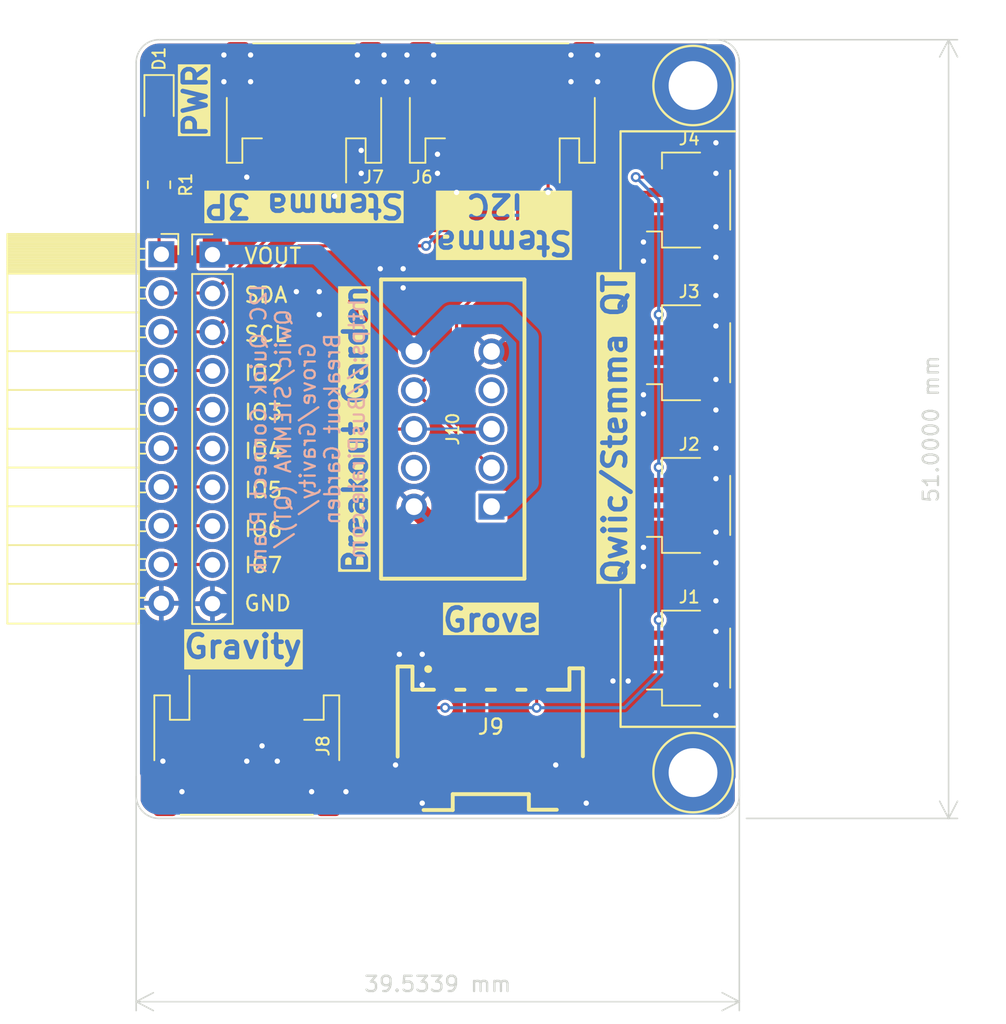
<source format=kicad_pcb>
(kicad_pcb (version 20241229) (generator "pcbnew") (generator_version "9.0")
  (layers (0 "F.Cu" signal) (2 "B.Cu" signal) (13 "F.Paste" user) (15 "B.Paste" user) (5 "F.SilkS" user "F.Silkscreen") (7 "B.SilkS" user "B.Silkscreen") (1 "F.Mask" user) (3 "B.Mask" user) (25 "Edge.Cuts" user))
  (net 0 "")
  (net 1 "IO4")
  (net 2 "IO2")
  (net 3 "IO5")
  (net 4 "SDA")
  (net 5 "SCL")
  (net 6 "IO7")
  (net 7 "IO3")
  (net 8 "IO6")
  (net 9 "GND")
  (net 10 "VOUT")
  (net 11 "Net-(D1-A)")
  (footprint "footprints:CONN-SMD_HY2.0-4P" (layer "F.Cu") (at 123 117)
    (property "Reference" "J9" (at 0 0 0) (layer "F.SilkS"))
    (property "Value" "HY-4P" (hide yes))
    (fp_line (start -6.11 -3.949) (end -5.14 -3.949) (stroke (width 0.254)) (layer "F.SilkS"))
    (fp_line (start -6.11 1.95) (end -6.11 -3.95) (stroke (width 0.254)) (layer "F.SilkS"))
    (fp_line (start -5.14 -3.949) (end -5.14 -2.43) (stroke (width 0.254)) (layer "F.SilkS"))
    (fp_line (start -5.14 -2.43) (end -3.731 -2.43) (stroke (width 0.254)) (layer "F.SilkS"))
    (fp_line (start -4.41 5.45) (end -2.5 5.45) (stroke (width 0.254)) (layer "F.SilkS"))
    (fp_line (start -2.5 4.41) (end 2.49 4.41) (stroke (width 0.254)) (layer "F.SilkS"))
    (fp_line (start -2.5 5.45) (end -2.5 4.41) (stroke (width 0.254)) (layer "F.SilkS"))
    (fp_line (start -2.269 -2.43) (end -1.731 -2.43) (stroke (width 0.254)) (layer "F.SilkS"))
    (fp_line (start -0.269 -2.43) (end 0.269 -2.43) (stroke (width 0.254)) (layer "F.SilkS"))
    (fp_line (start 1.731 -2.43) (end 2.269 -2.43) (stroke (width 0.254)) (layer "F.SilkS"))
    (fp_line (start 2.49 4.41) (end 2.49 5.43) (stroke (width 0.254)) (layer "F.SilkS"))
    (fp_line (start 2.49 5.43) (end 4.319 5.43) (stroke (width 0.254)) (layer "F.SilkS"))
    (fp_line (start 3.731 -2.43) (end 5.15 -2.43) (stroke (width 0.254)) (layer "F.SilkS"))
    (fp_line (start 5.15 -3.83) (end 6.03 -3.83) (stroke (width 0.254)) (layer "F.SilkS"))
    (fp_line (start 5.15 -2.43) (end 5.15 -3.83) (stroke (width 0.254)) (layer "F.SilkS"))
    (fp_line (start 6.03 -3.83) (end 6.03 1.93) (stroke (width 0.254)) (layer "F.SilkS"))
    (fp_circle (center -4.11 -3.78) (end -3.983 -3.78) (stroke (width 0.254)) (fill no) (layer "F.SilkS"))
    (pad "1" smd rect (at -3 -3.9 180) (size 1 3.4) (layers "F.Cu" "F.Mask" "F.Paste") (net 9 "GND"))
    (pad "2" smd rect (at -1 -3.9 180) (size 1 3.4) (layers "F.Cu" "F.Mask" "F.Paste") (net 10 "VOUT"))
    (pad "3" smd rect (at 1 -3.9 180) (size 1 3.4) (layers "F.Cu" "F.Mask" "F.Paste") (net 4 "SDA"))
    (pad "4" smd rect (at 3 -3.9 180) (size 1 3.4) (layers "F.Cu" "F.Mask" "F.Paste") (net 5 "SCL"))
    (pad "MP" smd rect (at -5.3 3.9 180) (size 1.5 3.6) (layers "F.Cu" "F.Mask" "F.Paste") (net 9 "GND"))
    (pad "MP" smd rect (at 5.3 3.9 180) (size 1.5 3.6) (layers "F.Cu" "F.Mask" "F.Paste") (net 9 "GND"))
  )
  (footprint "footprints:JST_PH_S4B-PH-SM4-TB_1x04-1MP_P2.00mm_Horizontal" (layer "F.Cu") (at 107 118.25)
    (property "Reference" "J8" (at 5 0 270) (layer "F.SilkS") (effects (font (size 0.8 0.8) (thickness 0.13))))
    (property "Value" "S4B-PH-SM4-TB (HC-PH-4AWT)")
    (fp_line (start -6.06 -3.31) (end -5.04 -3.31) (stroke (width 0.12)) (layer "F.SilkS"))
    (fp_line (start -6.06 0.94) (end -6.06 -3.31) (stroke (width 0.12)) (layer "F.SilkS"))
    (fp_line (start -5.04 -3.31) (end -5.04 -1.71) (stroke (width 0.12)) (layer "F.SilkS"))
    (fp_line (start -5.04 -1.71) (end -3.76 -1.71) (stroke (width 0.12)) (layer "F.SilkS"))
    (fp_line (start -4.34 4.51) (end 4.34 4.51) (stroke (width 0.12)) (layer "F.SilkS"))
    (fp_line (start -3.76 -1.71) (end -3.76 -4.6) (stroke (width 0.12)) (layer "F.SilkS"))
    (fp_line (start 5.04 -3.31) (end 5.04 -1.71) (stroke (width 0.12)) (layer "F.SilkS"))
    (fp_line (start 5.04 -1.71) (end 3.76 -1.71) (stroke (width 0.12)) (layer "F.SilkS"))
    (fp_line (start 6.06 -3.31) (end 5.04 -3.31) (stroke (width 0.12)) (layer "F.SilkS"))
    (fp_line (start 6.06 0.94) (end 6.06 -3.31) (stroke (width 0.12)) (layer "F.SilkS"))
    (pad "1" smd roundrect (at -3 -2.85) (size 1 3.5) (layers "F.Cu" "F.Mask" "F.Paste") (net 4 "SDA"))
    (pad "2" smd roundrect (at -1 -2.85) (size 1 3.5) (layers "F.Cu" "F.Mask" "F.Paste") (net 5 "SCL"))
    (pad "3" smd roundrect (at 1 -2.85) (size 1 3.5) (layers "F.Cu" "F.Mask" "F.Paste") (net 9 "GND"))
    (pad "4" smd roundrect (at 3 -2.85) (size 1 3.5) (layers "F.Cu" "F.Mask" "F.Paste") (net 10 "VOUT"))
    (pad "MP" smd roundrect (at -5.35 2.9) (size 1.5 3.4) (layers "F.Cu" "F.Mask" "F.Paste") (roundrect_rratio 0.166667) (net 9 "GND"))
    (pad "MP" smd roundrect (at 5.35 2.9) (size 1.5 3.4) (layers "F.Cu" "F.Mask" "F.Paste") (roundrect_rratio 0.166667) (net 9 "GND"))
  )
  (footprint "footprints:JST_SH_SM04B-SRSS-TB_1x04-1MP_P1.00mm_Horizontal" (layer "F.Cu") (at 136 102.5 90)
    (property "Reference" "J2" (at 4 0 180) (layer "F.SilkS") (effects (font (size 0.8 0.8) (thickness 0.13))))
    (property "Value" "SM04B-SRSS-TB (HC-1.0-4PWT)")
    (fp_line (start 3.11 -1.785) (end 2.06 -1.785) (stroke (width 0.12)) (layer "F.SilkS"))
    (fp_line (start -2.06 -1.785) (end -2.06 -2.775) (stroke (width 0.12)) (layer "F.SilkS"))
    (fp_line (start -3.11 -1.785) (end -2.06 -1.785) (stroke (width 0.12)) (layer "F.SilkS"))
    (fp_line (start 3.11 0.715) (end 3.11 -1.785) (stroke (width 0.12)) (layer "F.SilkS"))
    (fp_line (start -3.11 0.715) (end -3.11 -1.785) (stroke (width 0.12)) (layer "F.SilkS"))
    (fp_line (start -1.94 2.685) (end 1.94 2.685) (stroke (width 0.12)) (layer "F.SilkS"))
    (pad "1" smd roundrect (at -1.5 -2 90) (size 0.6 1.55) (layers "F.Cu" "F.Mask" "F.Paste") (net 9 "GND"))
    (pad "2" smd roundrect (at -0.5 -2 90) (size 0.6 1.55) (layers "F.Cu" "F.Mask" "F.Paste") (net 10 "VOUT"))
    (pad "3" smd roundrect (at 0.5 -2 90) (size 0.6 1.55) (layers "F.Cu" "F.Mask" "F.Paste") (net 4 "SDA"))
    (pad "4" smd roundrect (at 1.5 -2 90) (size 0.6 1.55) (layers "F.Cu" "F.Mask" "F.Paste") (net 5 "SCL"))
    (pad "MP" smd roundrect (at -2.8 1.875 90) (size 1.2 1.8) (layers "F.Cu" "F.Mask" "F.Paste") (roundrect_rratio 0.208333) (net 9 "GND"))
    (pad "MP" smd roundrect (at 2.8 1.875 90) (size 1.2 1.8) (layers "F.Cu" "F.Mask" "F.Paste") (roundrect_rratio 0.208333) (net 9 "GND"))
  )
  (footprint "footprints:JST_SH_SM04B-SRSS-TB_1x04-1MP_P1.00mm_Horizontal" (layer "F.Cu") (at 136 92.5 90)
    (property "Reference" "J3" (at 4 0 180) (layer "F.SilkS") (effects (font (size 0.8 0.8) (thickness 0.13))))
    (property "Value" "SM04B-SRSS-TB (HC-1.0-4PWT)")
    (fp_line (start 3.11 -1.785) (end 2.06 -1.785) (stroke (width 0.12)) (layer "F.SilkS"))
    (fp_line (start -2.06 -1.785) (end -2.06 -2.775) (stroke (width 0.12)) (layer "F.SilkS"))
    (fp_line (start -3.11 -1.785) (end -2.06 -1.785) (stroke (width 0.12)) (layer "F.SilkS"))
    (fp_line (start 3.11 0.715) (end 3.11 -1.785) (stroke (width 0.12)) (layer "F.SilkS"))
    (fp_line (start -3.11 0.715) (end -3.11 -1.785) (stroke (width 0.12)) (layer "F.SilkS"))
    (fp_line (start -1.94 2.685) (end 1.94 2.685) (stroke (width 0.12)) (layer "F.SilkS"))
    (pad "1" smd roundrect (at -1.5 -2 90) (size 0.6 1.55) (layers "F.Cu" "F.Mask" "F.Paste") (net 9 "GND"))
    (pad "2" smd roundrect (at -0.5 -2 90) (size 0.6 1.55) (layers "F.Cu" "F.Mask" "F.Paste") (net 10 "VOUT"))
    (pad "3" smd roundrect (at 0.5 -2 90) (size 0.6 1.55) (layers "F.Cu" "F.Mask" "F.Paste") (net 4 "SDA"))
    (pad "4" smd roundrect (at 1.5 -2 90) (size 0.6 1.55) (layers "F.Cu" "F.Mask" "F.Paste") (net 5 "SCL"))
    (pad "MP" smd roundrect (at -2.8 1.875 90) (size 1.2 1.8) (layers "F.Cu" "F.Mask" "F.Paste") (roundrect_rratio 0.208333) (net 9 "GND"))
    (pad "MP" smd roundrect (at 2.8 1.875 90) (size 1.2 1.8) (layers "F.Cu" "F.Mask" "F.Paste") (roundrect_rratio 0.208333) (net 9 "GND"))
  )
  (footprint "Connector_PinHeader_2.54mm:PinHeader_1x10_P2.54mm_Vertical" (layer "F.Cu") (at 104.75 86.075)
    (property "Reference" "J11" (hide yes))
    (property "Value" "Conn_01x10" (hide yes))
    (fp_line (start -1.33 -1.33) (end 0 -1.33) (stroke (width 0.12)) (layer "F.SilkS"))
    (fp_line (start -1.33 0) (end -1.33 -1.33) (stroke (width 0.12)) (layer "F.SilkS"))
    (fp_line (start -1.33 1.27) (end -1.33 24.19) (stroke (width 0.12)) (layer "F.SilkS"))
    (fp_line (start -1.33 1.27) (end 1.33 1.27) (stroke (width 0.12)) (layer "F.SilkS"))
    (fp_line (start -1.33 24.19) (end 1.33 24.19) (stroke (width 0.12)) (layer "F.SilkS"))
    (fp_line (start 1.33 1.27) (end 1.33 24.19) (stroke (width 0.12)) (layer "F.SilkS"))
    (pad "1" thru_hole rect (at 0 0) (size 1.7 1.7) (drill 1) (layers "*.Cu" "*.Mask") (net 10 "VOUT"))
    (pad "2" thru_hole oval (at 0 2.54) (size 1.7 1.7) (drill 1) (layers "*.Cu" "*.Mask") (net 4 "SDA"))
    (pad "3" thru_hole oval (at 0 5.08) (size 1.7 1.7) (drill 1) (layers "*.Cu" "*.Mask") (net 5 "SCL"))
    (pad "4" thru_hole oval (at 0 7.62) (size 1.7 1.7) (drill 1) (layers "*.Cu" "*.Mask") (net 2 "IO2"))
    (pad "5" thru_hole oval (at 0 10.16) (size 1.7 1.7) (drill 1) (layers "*.Cu" "*.Mask") (net 7 "IO3"))
    (pad "6" thru_hole oval (at 0 12.7) (size 1.7 1.7) (drill 1) (layers "*.Cu" "*.Mask") (net 1 "IO4"))
    (pad "7" thru_hole oval (at 0 15.24) (size 1.7 1.7) (drill 1) (layers "*.Cu" "*.Mask") (net 3 "IO5"))
    (pad "8" thru_hole oval (at 0 17.78) (size 1.7 1.7) (drill 1) (layers "*.Cu" "*.Mask") (net 8 "IO6"))
    (pad "9" thru_hole oval (at 0 20.32) (size 1.7 1.7) (drill 1) (layers "*.Cu" "*.Mask") (net 6 "IO7"))
    (pad "10" thru_hole oval (at 0 22.86) (size 1.7 1.7) (drill 1) (layers "*.Cu" "*.Mask") (net 9 "GND"))
  )
  (footprint "Connector_PinSocket_2.54mm:PinSocket_1x10_P2.54mm_Horizontal" (layer "F.Cu") (at 101.4 86.05)
    (property "Reference" "J12" (hide yes))
    (property "Value" "Conn_01x10" (hide yes))
    (fp_line (start -10.09 -1.33) (end -10.09 24.19) (stroke (width 0.12)) (layer "F.SilkS"))
    (fp_line (start -10.09 -1.33) (end -1.46 -1.33) (stroke (width 0.12)) (layer "F.SilkS"))
    (fp_line (start -10.09 -1.21) (end -1.46 -1.21) (stroke (width 0.12)) (layer "F.SilkS"))
    (fp_line (start -10.09 -1.091905) (end -1.46 -1.091905) (stroke (width 0.12)) (layer "F.SilkS"))
    (fp_line (start -10.09 -0.97381) (end -1.46 -0.97381) (stroke (width 0.12)) (layer "F.SilkS"))
    (fp_line (start -10.09 -0.855715) (end -1.46 -0.855715) (stroke (width 0.12)) (layer "F.SilkS"))
    (fp_line (start -10.09 -0.73762) (end -1.46 -0.73762) (stroke (width 0.12)) (layer "F.SilkS"))
    (fp_line (start -10.09 -0.619525) (end -1.46 -0.619525) (stroke (width 0.12)) (layer "F.SilkS"))
    (fp_line (start -10.09 -0.50143) (end -1.46 -0.50143) (stroke (width 0.12)) (layer "F.SilkS"))
    (fp_line (start -10.09 -0.383335) (end -1.46 -0.383335) (stroke (width 0.12)) (layer "F.SilkS"))
    (fp_line (start -10.09 -0.26524) (end -1.46 -0.26524) (stroke (width 0.12)) (layer "F.SilkS"))
    (fp_line (start -10.09 -0.147145) (end -1.46 -0.147145) (stroke (width 0.12)) (layer "F.SilkS"))
    (fp_line (start -10.09 -0.02905) (end -1.46 -0.02905) (stroke (width 0.12)) (layer "F.SilkS"))
    (fp_line (start -10.09 0.089045) (end -1.46 0.089045) (stroke (width 0.12)) (layer "F.SilkS"))
    (fp_line (start -10.09 0.20714) (end -1.46 0.20714) (stroke (width 0.12)) (layer "F.SilkS"))
    (fp_line (start -10.09 0.325235) (end -1.46 0.325235) (stroke (width 0.12)) (layer "F.SilkS"))
    (fp_line (start -10.09 0.44333) (end -1.46 0.44333) (stroke (width 0.12)) (layer "F.SilkS"))
    (fp_line (start -10.09 0.561425) (end -1.46 0.561425) (stroke (width 0.12)) (layer "F.SilkS"))
    (fp_line (start -10.09 0.67952) (end -1.46 0.67952) (stroke (width 0.12)) (layer "F.SilkS"))
    (fp_line (start -10.09 0.797615) (end -1.46 0.797615) (stroke (width 0.12)) (layer "F.SilkS"))
    (fp_line (start -10.09 0.91571) (end -1.46 0.91571) (stroke (width 0.12)) (layer "F.SilkS"))
    (fp_line (start -10.09 1.033805) (end -1.46 1.033805) (stroke (width 0.12)) (layer "F.SilkS"))
    (fp_line (start -10.09 1.1519) (end -1.46 1.1519) (stroke (width 0.12)) (layer "F.SilkS"))
    (fp_line (start -10.09 1.27) (end -1.46 1.27) (stroke (width 0.12)) (layer "F.SilkS"))
    (fp_line (start -10.09 3.81) (end -1.46 3.81) (stroke (width 0.12)) (layer "F.SilkS"))
    (fp_line (start -10.09 6.35) (end -1.46 6.35) (stroke (width 0.12)) (layer "F.SilkS"))
    (fp_line (start -10.09 8.89) (end -1.46 8.89) (stroke (width 0.12)) (layer "F.SilkS"))
    (fp_line (start -10.09 11.43) (end -1.46 11.43) (stroke (width 0.12)) (layer "F.SilkS"))
    (fp_line (start -10.09 13.97) (end -1.46 13.97) (stroke (width 0.12)) (layer "F.SilkS"))
    (fp_line (start -10.09 16.51) (end -1.46 16.51) (stroke (width 0.12)) (layer "F.SilkS"))
    (fp_line (start -10.09 19.05) (end -1.46 19.05) (stroke (width 0.12)) (layer "F.SilkS"))
    (fp_line (start -10.09 21.59) (end -1.46 21.59) (stroke (width 0.12)) (layer "F.SilkS"))
    (fp_line (start -10.09 24.19) (end -1.46 24.19) (stroke (width 0.12)) (layer "F.SilkS"))
    (fp_line (start -1.46 -1.33) (end -1.46 24.19) (stroke (width 0.12)) (layer "F.SilkS"))
    (fp_line (start -1.46 -0.36) (end -1.11 -0.36) (stroke (width 0.12)) (layer "F.SilkS"))
    (fp_line (start -1.46 0.36) (end -1.11 0.36) (stroke (width 0.12)) (layer "F.SilkS"))
    (fp_line (start -1.46 2.18) (end -1.05 2.18) (stroke (width 0.12)) (layer "F.SilkS"))
    (fp_line (start -1.46 2.9) (end -1.05 2.9) (stroke (width 0.12)) (layer "F.SilkS"))
    (fp_line (start -1.46 4.72) (end -1.05 4.72) (stroke (width 0.12)) (layer "F.SilkS"))
    (fp_line (start -1.46 5.44) (end -1.05 5.44) (stroke (width 0.12)) (layer "F.SilkS"))
    (fp_line (start -1.46 7.26) (end -1.05 7.26) (stroke (width 0.12)) (layer "F.SilkS"))
    (fp_line (start -1.46 7.98) (end -1.05 7.98) (stroke (width 0.12)) (layer "F.SilkS"))
    (fp_line (start -1.46 9.8) (end -1.05 9.8) (stroke (width 0.12)) (layer "F.SilkS"))
    (fp_line (start -1.46 10.52) (end -1.05 10.52) (stroke (width 0.12)) (layer "F.SilkS"))
    (fp_line (start -1.46 12.34) (end -1.05 12.34) (stroke (width 0.12)) (layer "F.SilkS"))
    (fp_line (start -1.46 13.06) (end -1.05 13.06) (stroke (width 0.12)) (layer "F.SilkS"))
    (fp_line (start -1.46 14.88) (end -1.05 14.88) (stroke (width 0.12)) (layer "F.SilkS"))
    (fp_line (start -1.46 15.6) (end -1.05 15.6) (stroke (width 0.12)) (layer "F.SilkS"))
    (fp_line (start -1.46 17.42) (end -1.05 17.42) (stroke (width 0.12)) (layer "F.SilkS"))
    (fp_line (start -1.46 18.14) (end -1.05 18.14) (stroke (width 0.12)) (layer "F.SilkS"))
    (fp_line (start -1.46 19.96) (end -1.05 19.96) (stroke (width 0.12)) (layer "F.SilkS"))
    (fp_line (start -1.46 20.68) (end -1.05 20.68) (stroke (width 0.12)) (layer "F.SilkS"))
    (fp_line (start -1.46 22.5) (end -1.05 22.5) (stroke (width 0.12)) (layer "F.SilkS"))
    (fp_line (start -1.46 23.22) (end -1.05 23.22) (stroke (width 0.12)) (layer "F.SilkS"))
    (fp_line (start 0 -1.33) (end 1.11 -1.33) (stroke (width 0.12)) (layer "F.SilkS"))
    (fp_line (start 1.11 -1.33) (end 1.11 0) (stroke (width 0.12)) (layer "F.SilkS"))
    (pad "1" thru_hole rect (at 0 0) (size 1.7 1.7) (drill 1) (layers "*.Cu" "*.Mask") (net 10 "VOUT"))
    (pad "2" thru_hole oval (at 0 2.54) (size 1.7 1.7) (drill 1) (layers "*.Cu" "*.Mask") (net 4 "SDA"))
    (pad "3" thru_hole oval (at 0 5.08) (size 1.7 1.7) (drill 1) (layers "*.Cu" "*.Mask") (net 5 "SCL"))
    (pad "4" thru_hole oval (at 0 7.62) (size 1.7 1.7) (drill 1) (layers "*.Cu" "*.Mask") (net 2 "IO2"))
    (pad "5" thru_hole oval (at 0 10.16) (size 1.7 1.7) (drill 1) (layers "*.Cu" "*.Mask") (net 7 "IO3"))
    (pad "6" thru_hole oval (at 0 12.7) (size 1.7 1.7) (drill 1) (layers "*.Cu" "*.Mask") (net 1 "IO4"))
    (pad "7" thru_hole oval (at 0 15.24) (size 1.7 1.7) (drill 1) (layers "*.Cu" "*.Mask") (net 3 "IO5"))
    (pad "8" thru_hole oval (at 0 17.78) (size 1.7 1.7) (drill 1) (layers "*.Cu" "*.Mask") (net 8 "IO6"))
    (pad "9" thru_hole oval (at 0 20.32) (size 1.7 1.7) (drill 1) (layers "*.Cu" "*.Mask") (net 6 "IO7"))
    (pad "10" thru_hole oval (at 0 22.86) (size 1.7 1.7) (drill 1) (layers "*.Cu" "*.Mask") (net 9 "GND"))
  )
  (footprint "footprints:JST_PH_S3B-PH-SM4-TB_1x03-1MP_P2.00mm_Horizontal" (layer "F.Cu") (at 110.75 76.75 180)
    (property "Reference" "J7" (at -4.55 -4.25 180) (layer "F.SilkS") (effects (font (size 0.8 0.8) (thickness 0.13))))
    (property "Value" "S3B-PH-SM4-TB (HC-PH-3AWT)" (hide yes))
    (fp_line (start 5.06 0.94) (end 5.06 -3.31) (stroke (width 0.12)) (layer "F.SilkS"))
    (fp_line (start 5.06 -3.31) (end 4.04 -3.31) (stroke (width 0.12)) (layer "F.SilkS"))
    (fp_line (start 4.04 -1.71) (end 2.76 -1.71) (stroke (width 0.12)) (layer "F.SilkS"))
    (fp_line (start 4.04 -3.31) (end 4.04 -1.71) (stroke (width 0.12)) (layer "F.SilkS"))
    (fp_line (start -2.76 -1.71) (end -2.76 -4.6) (stroke (width 0.12)) (layer "F.SilkS"))
    (fp_line (start -3.34 4.51) (end 3.34 4.51) (stroke (width 0.12)) (layer "F.SilkS"))
    (fp_line (start -4.04 -1.71) (end -2.76 -1.71) (stroke (width 0.12)) (layer "F.SilkS"))
    (fp_line (start -4.04 -3.31) (end -4.04 -1.71) (stroke (width 0.12)) (layer "F.SilkS"))
    (fp_line (start -5.06 0.94) (end -5.06 -3.31) (stroke (width 0.12)) (layer "F.SilkS"))
    (fp_line (start -5.06 -3.31) (end -4.04 -3.31) (stroke (width 0.12)) (layer "F.SilkS"))
    (pad "1" smd roundrect (at -2 -2.85 180) (size 1 3.5) (layers "F.Cu" "F.Mask" "F.Paste") (net 9 "GND"))
    (pad "2" smd roundrect (at 0 -2.85 180) (size 1 3.5) (layers "F.Cu" "F.Mask" "F.Paste") (net 10 "VOUT"))
    (pad "3" smd roundrect (at 2 -2.85 180) (size 1 3.5) (layers "F.Cu" "F.Mask" "F.Paste") (net 4 "SDA"))
    (pad "MP" smd roundrect (at -4.35 2.9 180) (size 1.5 3.4) (layers "F.Cu" "F.Mask" "F.Paste") (roundrect_rratio 0.166667) (net 9 "GND"))
    (pad "MP" smd roundrect (at 4.35 2.9 180) (size 1.5 3.4) (layers "F.Cu" "F.Mask" "F.Paste") (roundrect_rratio 0.166667) (net 9 "GND"))
  )
  (footprint "footprints:JST_PH_S4B-PH-SM4-TB_1x04-1MP_P2.00mm_Horizontal" (layer "F.Cu") (at 123.75 76.75 180)
    (property "Reference" "J6" (at 5.25 -4.25 0) (layer "F.SilkS") (effects (font (size 0.8 0.8) (thickness 0.13))))
    (property "Value" "S4B-PH-SM4-TB (HC-PH-4AWT)")
    (fp_line (start 6.06 0.94) (end 6.06 -3.31) (stroke (width 0.12)) (layer "F.SilkS"))
    (fp_line (start 6.06 -3.31) (end 5.04 -3.31) (stroke (width 0.12)) (layer "F.SilkS"))
    (fp_line (start 5.04 -1.71) (end 3.76 -1.71) (stroke (width 0.12)) (layer "F.SilkS"))
    (fp_line (start 5.04 -3.31) (end 5.04 -1.71) (stroke (width 0.12)) (layer "F.SilkS"))
    (fp_line (start -3.76 -1.71) (end -3.76 -4.6) (stroke (width 0.12)) (layer "F.SilkS"))
    (fp_line (start -4.34 4.51) (end 4.34 4.51) (stroke (width 0.12)) (layer "F.SilkS"))
    (fp_line (start -5.04 -1.71) (end -3.76 -1.71) (stroke (width 0.12)) (layer "F.SilkS"))
    (fp_line (start -5.04 -3.31) (end -5.04 -1.71) (stroke (width 0.12)) (layer "F.SilkS"))
    (fp_line (start -6.06 0.94) (end -6.06 -3.31) (stroke (width 0.12)) (layer "F.SilkS"))
    (fp_line (start -6.06 -3.31) (end -5.04 -3.31) (stroke (width 0.12)) (layer "F.SilkS"))
    (pad "1" smd roundrect (at -3 -2.85 180) (size 1 3.5) (layers "F.Cu" "F.Mask" "F.Paste") (net 5 "SCL"))
    (pad "2" smd roundrect (at -1 -2.85 180) (size 1 3.5) (layers "F.Cu" "F.Mask" "F.Paste") (net 4 "SDA"))
    (pad "3" smd roundrect (at 1 -2.85 180) (size 1 3.5) (layers "F.Cu" "F.Mask" "F.Paste") (net 10 "VOUT"))
    (pad "4" smd roundrect (at 3 -2.85 180) (size 1 3.5) (layers "F.Cu" "F.Mask" "F.Paste") (net 9 "GND"))
    (pad "MP" smd roundrect (at -5.35 2.9 180) (size 1.5 3.4) (layers "F.Cu" "F.Mask" "F.Paste") (roundrect_rratio 0.166667) (net 9 "GND"))
    (pad "MP" smd roundrect (at 5.35 2.9 180) (size 1.5 3.4) (layers "F.Cu" "F.Mask" "F.Paste") (roundrect_rratio 0.166667) (net 9 "GND"))
  )
  (footprint "footprints:JST_SH_SM04B-SRSS-TB_1x04-1MP_P1.00mm_Horizontal" (layer "F.Cu") (at 136 82.5 90)
    (property "Reference" "J4" (at 4 0 180) (layer "F.SilkS") (effects (font (size 0.8 0.8) (thickness 0.13))))
    (property "Value" "SM04B-SRSS-TB (HC-1.0-4PWT)")
    (fp_line (start 3.11 -1.785) (end 2.06 -1.785) (stroke (width 0.12)) (layer "F.SilkS"))
    (fp_line (start -2.06 -1.785) (end -2.06 -2.775) (stroke (width 0.12)) (layer "F.SilkS"))
    (fp_line (start -3.11 -1.785) (end -2.06 -1.785) (stroke (width 0.12)) (layer "F.SilkS"))
    (fp_line (start 3.11 0.715) (end 3.11 -1.785) (stroke (width 0.12)) (layer "F.SilkS"))
    (fp_line (start -3.11 0.715) (end -3.11 -1.785) (stroke (width 0.12)) (layer "F.SilkS"))
    (fp_line (start -1.94 2.685) (end 1.94 2.685) (stroke (width 0.12)) (layer "F.SilkS"))
    (pad "1" smd roundrect (at -1.5 -2 90) (size 0.6 1.55) (layers "F.Cu" "F.Mask" "F.Paste") (net 9 "GND"))
    (pad "2" smd roundrect (at -0.5 -2 90) (size 0.6 1.55) (layers "F.Cu" "F.Mask" "F.Paste") (net 10 "VOUT"))
    (pad "3" smd roundrect (at 0.5 -2 90) (size 0.6 1.55) (layers "F.Cu" "F.Mask" "F.Paste") (net 4 "SDA"))
    (pad "4" smd roundrect (at 1.5 -2 90) (size 0.6 1.55) (layers "F.Cu" "F.Mask" "F.Paste") (net 5 "SCL"))
    (pad "MP" smd roundrect (at -2.8 1.875 90) (size 1.2 1.8) (layers "F.Cu" "F.Mask" "F.Paste") (roundrect_rratio 0.208333) (net 9 "GND"))
    (pad "MP" smd roundrect (at 2.8 1.875 90) (size 1.2 1.8) (layers "F.Cu" "F.Mask" "F.Paste") (roundrect_rratio 0.208333) (net 9 "GND"))
  )
  (footprint "footprints:JST_SH_SM04B-SRSS-TB_1x04-1MP_P1.00mm_Horizontal" (layer "F.Cu") (at 136 112.5 90)
    (property "Reference" "J1" (at 4 0 180) (layer "F.SilkS") (effects (font (size 0.8 0.8) (thickness 0.13))))
    (property "Value" "SM04B-SRSS-TB (HC-1.0-4PWT)")
    (fp_line (start 3.11 -1.785) (end 2.06 -1.785) (stroke (width 0.12)) (layer "F.SilkS"))
    (fp_line (start -2.06 -1.785) (end -2.06 -2.775) (stroke (width 0.12)) (layer "F.SilkS"))
    (fp_line (start -3.11 -1.785) (end -2.06 -1.785) (stroke (width 0.12)) (layer "F.SilkS"))
    (fp_line (start 3.11 0.715) (end 3.11 -1.785) (stroke (width 0.12)) (layer "F.SilkS"))
    (fp_line (start -3.11 0.715) (end -3.11 -1.785) (stroke (width 0.12)) (layer "F.SilkS"))
    (fp_line (start -1.94 2.685) (end 1.94 2.685) (stroke (width 0.12)) (layer "F.SilkS"))
    (pad "1" smd roundrect (at -1.5 -2 90) (size 0.6 1.55) (layers "F.Cu" "F.Mask" "F.Paste") (net 9 "GND"))
    (pad "2" smd roundrect (at -0.5 -2 90) (size 0.6 1.55) (layers "F.Cu" "F.Mask" "F.Paste") (net 10 "VOUT"))
    (pad "3" smd roundrect (at 0.5 -2 90) (size 0.6 1.55) (layers "F.Cu" "F.Mask" "F.Paste") (net 4 "SDA"))
    (pad "4" smd roundrect (at 1.5 -2 90) (size 0.6 1.55) (layers "F.Cu" "F.Mask" "F.Paste") (net 5 "SCL"))
    (pad "MP" smd roundrect (at -2.8 1.875 90) (size 1.2 1.8) (layers "F.Cu" "F.Mask" "F.Paste") (roundrect_rratio 0.208333) (net 9 "GND"))
    (pad "MP" smd roundrect (at 2.8 1.875 90) (size 1.2 1.8) (layers "F.Cu" "F.Mask" "F.Paste") (roundrect_rratio 0.208333) (net 9 "GND"))
  )
  (footprint "Resistor_SMD:R_0805_2012Metric" (layer "F.Cu") (at 101.25 81.5 90)
    (property "Reference" "R1" (at 0 1.75 90) (layer "F.SilkS") (effects (font (size 0.8 0.8) (thickness 0.13))))
    (property "Value" "2K" (hide yes))
    (fp_line (start -0.227064 -0.735) (end 0.227064 -0.735) (stroke (width 0.12)) (layer "F.SilkS"))
    (fp_line (start -0.227064 0.735) (end 0.227064 0.735) (stroke (width 0.12)) (layer "F.SilkS"))
    (pad "1" smd roundrect (at -0.9125 0 90) (size 1.025 1.4) (layers "F.Cu" "F.Mask" "F.Paste") (roundrect_rratio 0.243902439) (net 10 "VOUT"))
    (pad "2" smd roundrect (at 0.9125 0 90) (size 1.025 1.4) (layers "F.Cu" "F.Mask" "F.Paste") (roundrect_rratio 0.243902439) (net 11 "Net-(D1-A)"))
  )
  (footprint "LED_SMD:LED_0805_2012Metric" (layer "F.Cu") (at 101.25 76 -90)
    (property "Reference" "D1" (at -2.75 0 90) (layer "F.SilkS") (effects (font (size 0.8 0.8) (thickness 0.13))))
    (property "Value" "LED" (hide yes))
    (fp_line (start -1.685 0.96) (end 1 0.96) (stroke (width 0.12)) (layer "F.SilkS"))
    (fp_line (start -1.685 -0.96) (end -1.685 0.96) (stroke (width 0.12)) (layer "F.SilkS"))
    (fp_line (start 1 -0.96) (end -1.685 -0.96) (stroke (width 0.12)) (layer "F.SilkS"))
    (pad "1" smd roundrect (at -0.9375 0 270) (size 0.975 1.4) (layers "F.Cu" "F.Mask" "F.Paste") (net 9 "GND"))
    (pad "2" smd roundrect (at 0.9375 0 270) (size 0.975 1.4) (layers "F.Cu" "F.Mask" "F.Paste") (net 11 "Net-(D1-A)"))
  )
  (footprint "footprints:CONN-TH_SA10BL01D" (layer "F.Cu") (at 120.5 97.5 90)
    (property "Reference" "J10" (at 0 0 90) (layer "F.SilkS") (effects (font (size 0.8 0.8) (thickness 0.13))))
    (property "Value" "ED10BGFBK" (hide yes))
    (fp_line (start 9.8 -4.7) (end 9.8 4.7) (stroke (width 0.254)) (layer "F.SilkS"))
    (fp_line (start -9.8 -4.7) (end 9.8 -4.7) (stroke (width 0.254)) (layer "F.SilkS"))
    (fp_line (start -9.8 -4.7) (end -9.8 4.7) (stroke (width 0.254)) (layer "F.SilkS"))
    (fp_line (start -9.8 4.7) (end 9.8 4.7) (stroke (width 0.254)) (layer "F.SilkS"))
    (pad "1" thru_hole rect (at -5.08 2.54 90) (size 1.7 1.7) (drill 1.1) (layers "*.Cu" "*.Paste" "*.Mask") (net 10 "VOUT"))
    (pad "2" thru_hole circle (at -5.08 -2.54 90) (size 1.7 1.7) (drill 1.1) (layers "*.Cu" "*.Paste" "*.Mask") (net 9 "GND"))
    (pad "3" thru_hole circle (at -2.54 2.54 90) (size 1.7 1.7) (drill 1.1) (layers "*.Cu" "*.Paste" "*.Mask") (net 4 "SDA"))
    (pad "4" thru_hole circle (at -2.54 -2.54 90) (size 1.7 1.7) (drill 1.1) (layers "*.Cu" "*.Paste" "*.Mask"))
    (pad "5" thru_hole circle (at 0 2.54 90) (size 1.7 1.7) (drill 1.1) (layers "*.Cu" "*.Paste" "*.Mask") (net 5 "SCL"))
    (pad "6" thru_hole circle (at 0 -2.54 90) (size 1.7 1.7) (drill 1.1) (layers "*.Cu" "*.Paste" "*.Mask") (net 5 "SCL"))
    (pad "7" thru_hole circle (at 2.54 2.54 90) (size 1.7 1.7) (drill 1.1) (layers "*.Cu" "*.Paste" "*.Mask"))
    (pad "8" thru_hole circle (at 2.54 -2.54 90) (size 1.7 1.7) (drill 1.1) (layers "*.Cu" "*.Paste" "*.Mask") (net 4 "SDA"))
    (pad "9" thru_hole circle (at 5.08 2.54 90) (size 1.7 1.7) (drill 1.1) (layers "*.Cu" "*.Paste" "*.Mask") (net 9 "GND"))
    (pad "10" thru_hole circle (at 5.08 -2.54 90) (size 1.7 1.7) (drill 1.1) (layers "*.Cu" "*.Paste" "*.Mask") (net 10 "VOUT"))
  )
  (gr_circle (center 136.25 75) (end 138.85 75) (stroke (width 0.15)) (fill no) (layer "F.SilkS"))
  (gr_line (start 131.5 108) (end 131.5 117) (stroke (width 0.15)) (layer "F.SilkS"))
  (gr_line (start 131.5 78) (end 139 78) (stroke (width 0.15)) (layer "F.SilkS"))
  (gr_line (start 131.5 87) (end 131.5 78) (stroke (width 0.15)) (layer "F.SilkS"))
  (gr_circle (center 136.25 120) (end 138.85 120) (stroke (width 0.15)) (fill no) (layer "F.SilkS"))
  (gr_line (start 131.5 117) (end 139 117) (stroke (width 0.15)) (layer "F.SilkS"))
  (gr_line (start 139.28391 121.500383) (end 139.28391 73.534293) (stroke (width 0.1)) (layer "Edge.Cuts"))
  (gr_arc (start 101.249947 122.999945) (mid 100.189321 122.560586) (end 99.75 121.499945) (stroke (width 0.1)) (layer "Edge.Cuts"))
  (gr_arc (start 137.78391 72.000383) (mid 138.856494 72.451779) (end 139.283527 73.534293) (stroke (width 0.1)) (layer "Edge.Cuts"))
  (gr_line (start 101.28391 72.000383) (end 137.78391 72.000383) (stroke (width 0.1)) (layer "Edge.Cuts"))
  (gr_line (start 99.75 121.499945) (end 99.75 73.5) (stroke (width 0.1)) (layer "Edge.Cuts"))
  (gr_arc (start 139.28391 121.500383) (mid 138.832512 122.572964) (end 137.75 123) (stroke (width 0.1)) (layer "Edge.Cuts"))
  (gr_line (start 101.249947 122.999945) (end 137.75 122.999945) (stroke (width 0.1)) (layer "Edge.Cuts"))
  (gr_arc (start 99.75 73.5) (mid 100.201397 72.427418) (end 101.28391 72.000383) (stroke (width 0.1)) (layer "Edge.Cuts"))
  (gr_text "Qwiic/Stemma QT" (at 132 97.5 90) (layer "F.SilkS" knockout) (effects (font (size 1.5 1.5) (thickness 0.3) (bold yes)) (justify bottom)))
  (gr_text "IO7" (at 106.75 107 0) (layer "F.SilkS") (effects (font (size 1 1)) (justify left bottom)))
  (gr_text "Breakout Garden" (at 115 97.5 90) (layer "F.SilkS" knockout) (effects (font (size 1.5 1.5) (thickness 0.3) (bold yes)) (justify bottom)))
  (gr_text "IO2" (at 106.75 94.416665 0) (layer "F.SilkS") (effects (font (size 1 1)) (justify left bottom)))
  (gr_text "SCL" (at 106.75 91.86111 0) (layer "F.SilkS") (effects (font (size 1 1)) (justify left bottom)))
  (gr_text "Stemma \nI2C" (at 123.25 82 180) (layer "F.SilkS" knockout) (effects (font (size 1.5 1.5) (thickness 0.3) (bold yes)) (justify bottom)))
  (gr_text "GND" (at 106.75 109.5 0) (layer "F.SilkS") (effects (font (size 1 1)) (justify left bottom)))
  (gr_text "IO6" (at 106.75 104.638885 0) (layer "F.SilkS") (effects (font (size 1 1)) (justify left bottom)))
  (gr_text "VOUT" (at 106.75 86.75 0) (layer "F.SilkS") (effects (font (size 1 1)) (justify left bottom)))
  (gr_text "Grove" (at 123 110 0) (layer "F.SilkS" knockout) (effects (font (size 1.5 1.5) (thickness 0.3) (bold yes))))
  (gr_text "SDA" (at 106.75 89.305555 0) (layer "F.SilkS") (effects (font (size 1 1)) (justify left bottom)))
  (gr_text "Gravity" (at 106.75 111.75 0) (layer "F.SilkS" knockout) (effects (font (size 1.5 1.5) (thickness 0.3) (bold yes))))
  (gr_text "IO4" (at 106.75 99.527775 0) (layer "F.SilkS") (effects (font (size 1 1)) (justify left bottom)))
  (gr_text "IO5" (at 106.75 102.08333 0) (layer "F.SilkS") (effects (font (size 1 1)) (justify left bottom)))
  (gr_text "IO3" (at 106.75 96.97222 0) (layer "F.SilkS") (effects (font (size 1 1)) (justify left bottom)))
  (gr_text "PWR" (at 104.5 76 90) (layer "F.SilkS" knockout) (effects (font (size 1.5 1.5) (thickness 0.3) (bold yes)) (justify bottom)))
  (gr_text "Stemma 3P" (at 110.75 82 180) (layer "F.SilkS" knockout) (effects (font (size 1.5 1.5) (thickness 0.3) (bold yes)) (justify bottom)))
  (gr_text "I2C Quick Connect Plank\nQwiic/STEMMA (QT)/\nGrove/Gravity/\nBreakout Garden\nhttps://BusPirate.com" (at 111 97.5 90) (layer "B.SilkS") (effects (font (size 1 1)) (justify mirror)))
  (dimension (type orthogonal) (layer "Edge.Cuts") (pts (xy 136.75 72) (xy 139.25 123)) (height 16.25) (orientation 1) (format (prefix "") (suffix "") (units 3) (units_format 1) (precision 4)) (style (thickness 0.1) (arrow_length 1.27) (text_position_mode 0) (arrow_direction outward) (extension_height 0.58642) (extension_offset 0.5) (keep_text_aligned yes)) (gr_text "51.0000 mm" (at 151.85 97.5 90) (layer "Edge.Cuts") (effects (font (size 1 1) (thickness 0.15)))))
  (dimension (type orthogonal) (layer "Edge.Cuts") (pts (xy 99.75 119.75) (xy 139.28391 120)) (height 15.25) (orientation 0) (format (prefix "") (suffix "") (units 3) (units_format 1) (precision 4)) (style (thickness 0.1) (arrow_length 1.27) (text_position_mode 0) (arrow_direction outward) (extension_height 0.58642) (extension_offset 0.5) (keep_text_aligned yes)) (gr_text "39.5339 mm" (at 119.516955 133.85 0) (layer "Edge.Cuts") (effects (font (size 1 1) (thickness 0.15)))))
  (segment (start 104.725 98.75) (end 104.75 98.775) (width 0.2032) (layer "F.Cu") (net 1))
  (segment (start 101.4 98.75) (end 104.725 98.75) (width 0.2032) (layer "F.Cu") (net 1))
  (segment (start 104.725 93.67) (end 104.75 93.695) (width 0.2032) (layer "F.Cu") (net 2))
  (segment (start 101.4 93.67) (end 104.725 93.67) (width 0.2032) (layer "F.Cu") (net 2))
  (segment (start 101.4 101.29) (end 104.725 101.29) (width 0.2032) (layer "F.Cu") (net 3))
  (segment (start 104.725 101.29) (end 104.75 101.315) (width 0.2032) (layer "F.Cu") (net 3))
  (segment (start 131.5 112) (end 129.75 110.25) (width 0.2032) (layer "F.Cu") (net 4))
  (segment (start 108.75 84.615) (end 108.75 84.5) (width 0.2032) (layer "F.Cu") (net 4))
  (segment (start 129.75 92) (end 129.75 84.5) (width 0.2032) (layer "F.Cu") (net 4))
  (segment (start 104.725 88.59) (end 104.75 88.615) (width 0.2032) (layer "F.Cu") (net 4))
  (segment (start 108.125 110.25) (end 124 110.25) (width 0.2032) (layer "F.Cu") (net 4))
  (segment (start 124.75 79.6) (end 124.75 84) (width 0.2032) (layer "F.Cu") (net 4))
  (segment (start 108.75 84.5) (end 108.75 79.6) (width 0.2032) (layer "F.Cu") (net 4))
  (segment (start 124 110.25) (end 124 113.1) (width 0.2032) (layer "F.Cu") (net 4))
  (segment (start 124.25 84.5) (end 129.75 84.5) (width 0.2032) (layer "F.Cu") (net 4))
  (segment (start 124 110.25) (end 129.75 110.25) (width 0.2032) (layer "F.Cu") (net 4))
  (segment (start 104 115.4) (end 104 113.25) (width 0.2032) (layer "F.Cu") (net 4))
  (segment (start 129.75 84.5) (end 132.25 82) (width 0.2032) (layer "F.Cu") (net 4))
  (segment (start 101.4 88.59) (end 104.725 88.59) (width 0.2032) (layer "F.Cu") (net 4))
  (segment (start 120.75 90) (end 120.75 92.17) (width 0.2032) (layer "F.Cu") (net 4))
  (segment (start 129.75 102) (end 129.75 92) (width 0.2032) (layer "F.Cu") (net 4))
  (segment (start 124.75 84) (end 124.25 84.5) (width 0.2032) (layer "F.Cu") (net 4))
  (segment (start 132.25 82) (end 134 82) (width 0.2032) (layer "F.Cu") (net 4))
  (segment (start 117.96 94.96) (end 123.04 100.04) (width 0.2032) (layer "F.Cu") (net 4))
  (segment (start 122.75 84.5) (end 124.25 84.5) (width 0.2032) (layer "F.Cu") (net 4))
  (segment (start 104 113.25) (end 105.25 112) (width 0.2032) (layer "F.Cu") (net 4))
  (segment (start 134 112) (end 131.5 112) (width 0.2032) (layer "F.Cu") (net 4))
  (segment (start 122.75 84.5) (end 122.75 88) (width 0.2032) (layer "F.Cu") (net 4))
  (segment (start 129.75 102) (end 129.75 110.25) (width 0.2032) (layer "F.Cu") (net 4))
  (segment (start 106.375 112) (end 108.125 110.25) (width 0.2032) (layer "F.Cu") (net 4))
  (segment (start 108.75 84.5) (end 122.75 84.5) (width 0.2032) (layer "F.Cu") (net 4))
  (segment (start 122.75 88) (end 120.75 90) (width 0.2032) (layer "F.Cu") (net 4))
  (segment (start 134 92) (end 129.75 92) (width 0.2032) (layer "F.Cu") (net 4))
  (segment (start 134 102) (end 129.75 102) (width 0.2032) (layer "F.Cu") (net 4))
  (segment (start 104.75 88.615) (end 108.75 84.615) (width 0.2032) (layer "F.Cu") (net 4))
  (segment (start 120.75 92.17) (end 117.96 94.96) (width 0.2032) (layer "F.Cu") (net 4))
  (segment (start 105.25 112) (end 106.375 112) (width 0.2032) (layer "F.Cu") (net 4))
  (segment (start 118.75 85.5) (end 110.405 85.5) (width 0.2032) (layer "F.Cu") (net 5))
  (segment (start 106 115.4) (end 106 116.5) (width 0.2032) (layer "F.Cu") (net 5))
  (segment (start 101.4 91.13) (end 104.725 91.13) (width 0.2032) (layer "F.Cu") (net 5))
  (segment (start 107.25 93.655) (end 104.75 91.155) (width 0.2032) (layer "F.Cu") (net 5))
  (segment (start 134 101) (end 134 100) (width 0.2032) (layer "F.Cu") (net 5))
  (segment (start 104.75 117.75) (end 103.25 117.75) (width 0.2032) (layer "F.Cu") (net 5))
  (segment (start 117.96 97.5) (end 107.25 97.5) (width 0.2032) (layer "F.Cu") (net 5))
  (segment (start 104.725 91.13) (end 104.75 91.155) (width 0.2032) (layer "F.Cu") (net 5))
  (segment (start 107.25 95) (end 107.25 93.655) (width 0.2032) (layer "F.Cu") (net 5))
  (segment (start 111.25 112.75) (end 114.25 115.75) (width 0.2032) (layer "F.Cu") (net 5))
  (segment (start 107.25 109.5) (end 107.25 97.5) (width 0.2032) (layer "F.Cu") (net 5))
  (segment (start 104.75 111) (end 105.75 111) (width 0.2032) (layer "F.Cu") (net 5))
  (segment (start 134 81) (end 132.5 81) (width 0.2032) (layer "F.Cu") (net 5))
  (segment (start 106 113.65) (end 106.9 112.75) (width 0.2032) (layer "F.Cu") (net 5))
  (segment (start 105.75 111) (end 107.25 109.5) (width 0.2032) (layer "F.Cu") (net 5))
  (segment (start 126 113.1) (end 126 115.75) (width 0.2032) (layer "F.Cu") (net 5))
  (segment (start 126.75 82) (end 126.75 79.6) (width 0.2032) (layer "F.Cu") (net 5))
  (segment (start 134 111) (end 134 110) (width 0.2032) (layer "F.Cu") (net 5))
  (segment (start 134 91) (end 134 90) (width 0.2032) (layer "F.Cu") (net 5))
  (segment (start 107.25 97.5) (end 107.25 95) (width 0.2032) (layer "F.Cu") (net 5))
  (segment (start 106.9 112.75) (end 111.25 112.75) (width 0.2032) (layer "F.Cu") (net 5))
  (segment (start 110.405 85.5) (end 104.75 91.155) (width 0.2032) (layer "F.Cu") (net 5))
  (segment (start 106 116.5) (end 104.75 117.75) (width 0.2032) (layer "F.Cu") (net 5))
  (segment (start 114.25 115.75) (end 120 115.75) (width 0.2032) (layer "F.Cu") (net 5))
  (segment (start 102.5 117) (end 102.5 113.25) (width 0.2032) (layer "F.Cu") (net 5))
  (segment (start 103.25 117.75) (end 102.5 117) (width 0.2032) (layer "F.Cu") (net 5))
  (segment (start 106 115.4) (end 106 113.65) (width 0.2032) (layer "F.Cu") (net 5))
  (segment (start 102.5 113.25) (end 104.75 111) (width 0.2032) (layer "F.Cu") (net 5))
  (via (at 126 115.75) (size 0.6548) (drill 0.35) (layers "F.Cu" "B.Cu") (net 5))
  (via (at 134 100) (size 0.6548) (drill 0.35) (layers "F.Cu" "B.Cu") (net 5))
  (via (at 134 110) (size 0.6548) (drill 0.35) (layers "F.Cu" "B.Cu") (net 5))
  (via (at 134 90) (size 0.6548) (drill 0.35) (layers "F.Cu" "B.Cu") (net 5))
  (via (at 132.5 81) (size 0.6548) (drill 0.35) (layers "F.Cu" "B.Cu") (net 5))
  (via (at 120 115.75) (size 0.6548) (drill 0.35) (layers "F.Cu" "B.Cu") (net 5))
  (via (at 126.75 82) (size 0.6548) (drill 0.35) (layers "F.Cu" "B.Cu") (net 5))
  (via (at 118.75 85.5) (size 0.6548) (drill 0.35) (layers "F.Cu" "B.Cu") (net 5))
  (segment (start 126 115.75) (end 120 115.75) (width 0.2032) (layer "B.Cu") (net 5))
  (segment (start 132.5 81) (end 134 82.5) (width 0.2032) (layer "B.Cu") (net 5))
  (segment (start 134 100) (end 134 110) (width 0.2032) (layer "B.Cu") (net 5))
  (segment (start 134 82.5) (end 134 90) (width 0.2032) (layer "B.Cu") (net 5))
  (segment (start 134 90) (end 134 100) (width 0.2032) (layer "B.Cu") (net 5))
  (segment (start 134 113.5) (end 131.75 115.75) (width 0.2032) (layer "B.Cu") (net 5))
  (segment (start 134 110) (end 134 113.5) (width 0.2032) (layer "B.Cu") (net 5))
  (segment (start 120.75 83.5) (end 118.75 85.5) (width 0.2032) (layer "B.Cu") (net 5))
  (segment (start 125.25 83.5) (end 126.75 82) (width 0.2032) (layer "B.Cu") (net 5))
  (segment (start 120.75 83.5) (end 125.25 83.5) (width 0.2032) (layer "B.Cu") (net 5))
  (segment (start 131.75 115.75) (end 126 115.75) (width 0.2032) (layer "B.Cu") (net 5))
  (segment (start 117.96 97.5) (end 123.04 97.5) (width 0.2032) (layer "B.Cu") (net 5))
  (segment (start 104.725 106.37) (end 104.75 106.395) (width 0.2032) (layer "F.Cu") (net 6))
  (segment (start 101.4 106.37) (end 104.725 106.37) (width 0.2032) (layer "F.Cu") (net 6))
  (segment (start 104.725 96.21) (end 104.75 96.235) (width 0.2032) (layer "F.Cu") (net 7))
  (segment (start 101.4 96.21) (end 104.725 96.21) (width 0.2032) (layer "F.Cu") (net 7))
  (segment (start 104.725 103.83) (end 104.75 103.855) (width 0.2032) (layer "F.Cu") (net 8))
  (segment (start 101.4 103.83) (end 104.725 103.83) (width 0.2032) (layer "F.Cu") (net 8))
  (segment (start 120.13 104.75) (end 117.96 102.58) (width 1.27) (layer "F.Cu") (net 9))
  (segment (start 124.67 92.42) (end 125.5 93.25) (width 1.27) (layer "F.Cu") (net 9))
  (segment (start 125.5 103.75) (end 124.5 104.75) (width 1.27) (layer "F.Cu") (net 9))
  (segment (start 124.5 104.75) (end 120.13 104.75) (width 1.27) (layer "F.Cu") (net 9))
  (segment (start 134 114) (end 132 114) (width 0.2032) (layer "F.Cu") (net 9))
  (segment (start 123.04 92.42) (end 124.67 92.42) (width 1.27) (layer "F.Cu") (net 9))
  (segment (start 125.5 93.25) (end 125.5 103.75) (width 1.27) (layer "F.Cu") (net 9))
  (via (at 137.75 90.75) (size 0.6548) (drill 0.35) (layers "F.Cu" "B.Cu") (net 9))
  (via (at 137.75 96.25) (size 0.6548) (drill 0.35) (layers "F.Cu" "B.Cu") (net 9))
  (via (at 115.75 87) (size 0.6548) (drill 0.35) (layers "F.Cu" "B.Cu") (net 9))
  (via (at 109 119.25) (size 0.6548) (drill 0.35) (layers "F.Cu" "B.Cu") (net 9))
  (via (at 116 74.75) (size 0.6548) (drill 0.35) (layers "F.Cu" "B.Cu") (net 9))
  (via (at 130 73) (size 0.6548) (drill 0.35) (layers "F.Cu" "B.Cu") (net 9))
  (via (at 110.25 88.5) (size 0.6548) (drill 0.35) (layers "F.Cu" "B.Cu") (net 9))
  (via (at 137.75 78.75) (size 0.6548) (drill 0.35) (layers "F.Cu" "B.Cu") (net 9))
  (via (at 117.25 88.25) (size 0.6548) (drill 0.35) (layers "F.Cu" "B.Cu") (net 9))
  (via (at 137.75 110.75) (size 0.6548) (drill 0.35) (layers "F.Cu" "B.Cu") (net 9))
  (via (at 105.5 74.75) (size 0.6548) (drill 0.35) (layers "F.Cu" "B.Cu") (net 9))
  (via (at 102.75 121.25) (size 0.6548) (drill 0.35) (layers "F.Cu" "B.Cu") (net 9))
  (via (at 137.75 116.25) (size 0.6548) (drill 0.35) (layers "F.Cu" "B.Cu") (net 9))
  (via (at 120.75 82) (size 0.6548) (drill 0.35) (layers "F.Cu" "B.Cu") (net 9))
  (via (at 133 95.25) (size 0.6548) (drill 0.35) (layers "F.Cu" "B.Cu") (net 9))
  (via (at 119.25 73) (size 0.6548) (drill 0.35) (layers "F.Cu" "B.Cu") (net 9))
  (via (at 128.25 74.75) (size 0.6548) (drill 0.35) (layers "F.Cu" "B.Cu") (net 9))
  (via (at 133 86.5) (size 0.6548) (drill 0.35) (layers "F.Cu" "B.Cu") (net 9))
  (via (at 107.25 74.75) (size 0.6548) (drill 0.35) (layers "F.Cu" "B.Cu") (net 9))
  (via (at 114.25 73) (size 0.6548) (drill 0.35) (layers "F.Cu" "B.Cu") (net 9))
  (via (at 107 119.25) (size 0.6548) (drill 0.35) (layers "F.Cu" "B.Cu") (net 9))
  (via (at 111.25 121.25) (size 0.6548) (drill 0.35) (layers "F.Cu" "B.Cu") (net 9))
  (via (at 137.75 98.75) (size 0.6548) (drill 0.35) (layers "F.Cu" "B.Cu") (net 9))
  (via (at 105.5 73) (size 0.6548) (drill 0.35) (layers "F.Cu" "B.Cu") (net 9))
  (via (at 114.5 80.75) (size 0.6548) (drill 0.35) (layers "F.Cu" "B.Cu") (net 9))
  (via (at 119.5 79.5) (size 0.6548) (drill 0.35) (layers "F.Cu" "B.Cu") (net 9))
  (via (at 136.25 120) (size 3.4) (drill 3.2) (layers "F.Cu" "B.Cu") (net 9))
  (via (at 137.75 104.25) (size 0.6548) (drill 0.35) (layers "F.Cu" "B.Cu") (net 9))
  (via (at 116 73) (size 0.6548) (drill 0.35) (layers "F.Cu" "B.Cu") (net 9))
  (via (at 129.25 122) (size 0.6548) (drill 0.35) (layers "F.Cu" "B.Cu") (net 9))
  (via (at 131 114) (size 0.6548) (drill 0.35) (layers "F.Cu" "B.Cu") (net 9))
  (via (at 111.75 88.5) (size 0.6548) (drill 0.35) (layers "F.Cu" "B.Cu") (net 9))
  (via (at 137.75 108.75) (size 0.6548) (drill 0.35) (layers "F.Cu" "B.Cu") (net 9))
  (via (at 101.5 119.25) (size 0.6548) (drill 0.35) (layers "F.Cu" "B.Cu") (net 9))
  (via (at 137.75 84.25) (size 0.6548) (drill 0.35) (layers "F.Cu" "B.Cu") (net 9))
  (via (at 137.75 80.75) (size 0.6548) (drill 0.35) (layers "F.Cu" "B.Cu") (net 9))
  (via (at 114.25 74.75) (size 0.6548) (drill 0.35) (layers "F.Cu" "B.Cu") (net 9))
  (via (at 136.25 75) (size 3.4) (drill 3.2) (layers "F.Cu" "B.Cu") (net 9))
  (via (at 137.75 86.25) (size 0.6548) (drill 0.35) (layers "F.Cu" "B.Cu") (net 9))
  (via (at 118.5 114.25) (size 0.6548) (drill 0.35) (layers "F.Cu" "B.Cu") (net 9))
  (via (at 133 106.5) (size 0.6548) (drill 0.35) (layers "F.Cu" "B.Cu") (net 9))
  (via (at 127.25 119.5) (size 0.6548) (drill 0.35) (layers "F.Cu" "B.Cu") (net 9))
  (via (at 108 118.25) (size 0.6548) (drill 0.35) (layers "F.Cu" "B.Cu") (net 9))
  (via (at 137.75 94.25) (size 0.6548) (drill 0.35) (layers "F.Cu" "B.Cu") (net 9))
  (via (at 117.5 73) (size 0.6548) (drill 0.35) (layers "F.Cu" "B.Cu") (net 9))
  (via (at 107 81) (size 0.6548) (drill 0.35) (layers "F.Cu" "B.Cu") (net 9))
  (via (at 137.75 100.75) (size 0.6548) (drill 0.35) (layers "F.Cu" "B.Cu") (net 9))
  (via (at 137.75 88.75) (size 0.6548) (drill 0.35) (layers "F.Cu" "B.Cu") (net 9))
  (via (at 130 74.75) (size 0.6548) (drill 0.35) (layers "F.Cu" "B.Cu") (net 9))
  (via (at 111.75 90) (size 0.6548) (drill 0.35) (layers "F.Cu" "B.Cu") (net 9))
  (via (at 114.5 79.25) (size 0.6548) (drill 0.35) (layers "F.Cu" "B.Cu") (net 9))
  (via (at 137.75 114.25) (size 0.6548) (drill 0.35) (layers "F.Cu" "B.Cu") (net 9))
  (via (at 117.25 87) (size 0.6548) (drill 0.35) (layers "F.Cu" "B.Cu") (net 9))
  (via (at 128.25 73) (size 0.6548) (drill 0.35) (layers "F.Cu" "B.Cu") (net 9))
  (via (at 117 112.25) (size 0.6548) (drill 0.35) (layers "F.Cu" "B.Cu") (net 9))
  (via (at 119.5 80.75) (size 0.6548) (drill 0.35) (layers "F.Cu" "B.Cu") (net 9))
  (via (at 118.5 112.25) (size 0.6548) (drill 0.35) (layers "F.Cu" "B.Cu") (net 9))
  (via (at 113.5 121.25) (size 0.6548) (drill 0.35) (layers "F.Cu" "B.Cu") (net 9))
  (via (at 112.75 82.25) (size 0.6548) (drill 0.35) (layers "F.Cu" "B.Cu") (net 9))
  (via (at 116.75 119.5) (size 0.6548) (drill 0.35) (layers "F.Cu" "B.Cu") (net 9))
  (via (at 132 114) (size 0.6548) (drill 0.35) (layers "F.Cu" "B.Cu") (net 9))
  (via (at 133 96.5) (size 0.6548) (drill 0.35) (layers "F.Cu" "B.Cu") (net 9))
  (via (at 117.5 74.75) (size 0.6548) (drill 0.35) (layers "F.Cu" "B.Cu") (net 9))
  (via (at 133 105.25) (size 0.6548) (drill 0.35) (layers "F.Cu" "B.Cu") (net 9))
  (via (at 118.5 122) (size 0.6548) (drill 0.35) (layers "F.Cu" "B.Cu") (net 9))
  (via (at 107.25 73) (size 0.6548) (drill 0.35) (layers "F.Cu" "B.Cu") (net 9))
  (via (at 137.75 106.25) (size 0.6548) (drill 0.35) (layers "F.Cu" "B.Cu") (net 9))
  (via (at 119.25 74.75) (size 0.6548) (drill 0.35) (layers "F.Cu" "B.Cu") (net 9))
  (via (at 133 85.25) (size 0.6548) (drill 0.35) (layers "F.Cu" "B.Cu") (net 9))
  (segment (start 111.605 108.935) (end 104.75 108.935) (width 1.27) (layer "B.Cu") (net 9))
  (segment (start 117.96 102.58) (end 111.605 108.935) (width 1.27) (layer "B.Cu") (net 9))
  (segment (start 124.75 76.75) (end 132.75 76.75) (width 1.27) (layer "F.Cu") (net 10))
  (segment (start 134 93) (end 136 93) (width 0.6096) (layer "F.Cu") (net 10))
  (segment (start 110 115.4) (end 110 117) (width 1.27) (layer "F.Cu") (net 10))
  (segment (start 136 83) (end 136 93) (width 1.27) (layer "F.Cu") (net 10))
  (segment (start 104.725 86.05) (end 104.75 86.075) (width 1.1684) (layer "F.Cu") (net 10))
  (segment (start 136 93) (end 136 103) (width 1.27) (layer "F.Cu") (net 10))
  (segment (start 136 103) (end 136 113) (width 1.27) (layer "F.Cu") (net 10))
  (segment (start 132.75 76.75) (end 136 80) (width 1.27) (layer "F.Cu") (net 10))
  (segment (start 122.5 76.75) (end 124.75 76.75) (width 1.27) (layer "F.Cu") (net 10))
  (segment (start 136 115) (end 136 113) (width 1.27) (layer "F.Cu") (net 10))
  (segment (start 133.5 117.5) (end 136 115) (width 1.27) (layer "F.Cu") (net 10))
  (segment (start 101.25 85.9) (end 101.4 86.05) (width 0.2032) (layer "F.Cu") (net 10))
  (segment (start 110.75 79.6) (end 110.75 76.75) (width 1.27) (layer "F.Cu") (net 10))
  (segment (start 134 83) (end 136 83) (width 0.6096) (layer "F.Cu") (net 10))
  (segment (start 107.25 76.75) (end 110.75 76.75) (width 1.27) (layer "F.Cu") (net 10))
  (segment (start 110.75 76.75) (end 122.5 76.75) (width 1.27) (layer "F.Cu") (net 10))
  (segment (start 122.75 77) (end 122.5 76.75) (width 1.1684) (layer "F.Cu") (net 10))
  (segment (start 122 117.5) (end 133.5 117.5) (width 1.27) (layer "F.Cu") (net 10))
  (segment (start 122.75 79.6) (end 122.75 77) (width 1.1684) (layer "F.Cu") (net 10))
  (segment (start 110.5 117.5) (end 122 117.5) (width 1.27) (layer "F.Cu") (net 10))
  (segment (start 104.75 86.075) (end 104.75 79.25) (width 1.27) (layer "F.Cu") (net 10))
  (segment (start 136 80) (end 136 83) (width 1.27) (layer "F.Cu") (net 10))
  (segment (start 101.25 82.4125) (end 101.25 85.9) (width 0.2032) (layer "F.Cu") (net 10))
  (segment (start 134 113) (end 136 113) (width 0.6096) (layer "F.Cu") (net 10))
  (segment (start 110 117) (end 110.5 117.5) (width 1.27) (layer "F.Cu") (net 10))
  (segment (start 134 103) (end 136 103) (width 0.6096) (layer "F.Cu") (net 10))
  (segment (start 104.75 79.25) (end 107.25 76.75) (width 1.27) (layer "F.Cu") (net 10))
  (segment (start 122 117.5) (end 122 113.1) (width 1.27) (layer "F.Cu") (net 10))
  (segment (start 101.4 86.05) (end 104.725 86.05) (width 1.1684) (layer "F.Cu") (net 10))
  (segment (start 104.75 86.075) (end 111.615 86.075) (width 1.27) (layer "B.Cu") (net 10))
  (segment (start 120.38 90) (end 117.96 92.42) (width 1.27) (layer "B.Cu") (net 10))
  (segment (start 125.5 101) (end 125.5 91.5) (width 1.27) (layer "B.Cu") (net 10))
  (segment (start 111.615 86.075) (end 117.96 92.42) (width 1.27) (layer "B.Cu") (net 10))
  (segment (start 124 90) (end 120.38 90) (width 1.27) (layer "B.Cu") (net 10))
  (segment (start 123.04 102.58) (end 123.92 102.58) (width 1.27) (layer "B.Cu") (net 10))
  (segment (start 123.92 102.58) (end 125.5 101) (width 1.27) (layer "B.Cu") (net 10))
  (segment (start 125.5 91.5) (end 124 90) (width 1.27) (layer "B.Cu") (net 10))
  (segment (start 101.25 76.9375) (end 101.25 80.5875) (width 0.2032) (layer "F.Cu") (net 11))
  (zone (net 9) (net_name "GND") (layers "F.Cu" "B.Cu") (connect_pads thru_hole_only (clearance 0.2)) (min_thickness 0.25) (fill yes (thermal_gap 0.3) (thermal_bridge_width 0.3))
    (polygon (pts (xy 99.75 72) (xy 139.25 72) (xy 139.25 123) (xy 99.75 123)))
  )
)
</source>
